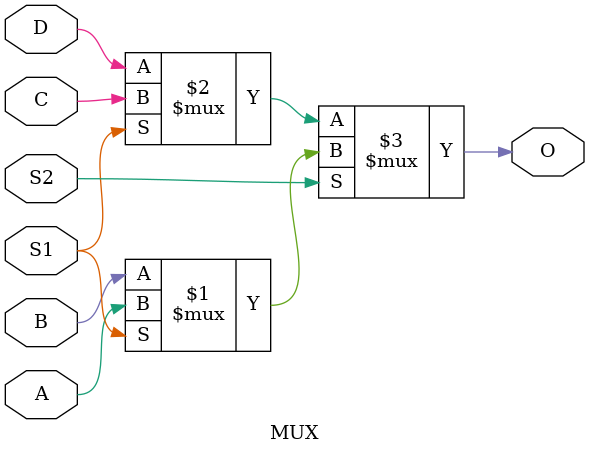
<source format=v>
`timescale 1ns / 1ps


module MUX(A, B, C, D, S1, S2, O);
    input A, B, C, D, S1, S2;
    output O;
    
    assign O = S2?(S1?A:B):(S1?C:D);

endmodule

</source>
